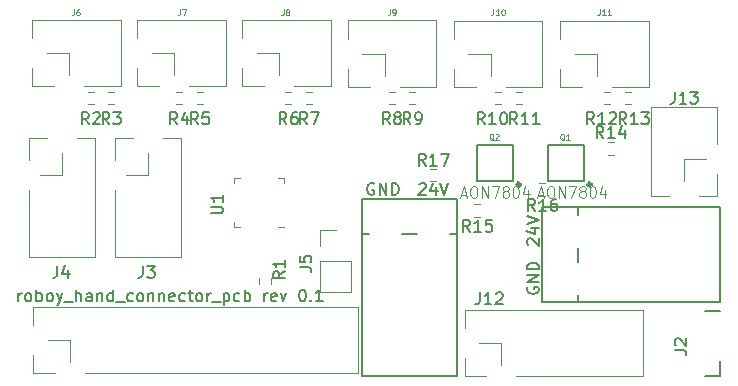
<source format=gbr>
G04 #@! TF.GenerationSoftware,KiCad,Pcbnew,6.0.0-rc1-unknown-ef6f7e9~66~ubuntu16.04.1*
G04 #@! TF.CreationDate,2019-01-29T21:41:32+01:00*
G04 #@! TF.ProjectId,roboy_hand_connector_pcb,726F626F795F68616E645F636F6E6E65,rev?*
G04 #@! TF.SameCoordinates,Original*
G04 #@! TF.FileFunction,Legend,Top*
G04 #@! TF.FilePolarity,Positive*
%FSLAX46Y46*%
G04 Gerber Fmt 4.6, Leading zero omitted, Abs format (unit mm)*
G04 Created by KiCad (PCBNEW 6.0.0-rc1-unknown-ef6f7e9~66~ubuntu16.04.1) date Tue Jan 29 21:41:32 2019*
%MOMM*%
%LPD*%
G01*
G04 APERTURE LIST*
%ADD10C,0.150000*%
%ADD11C,0.120000*%
%ADD12C,0.304800*%
%ADD13C,0.127000*%
%ADD14C,0.125000*%
%ADD15C,0.050000*%
G04 APERTURE END LIST*
D10*
X132142857Y-100202380D02*
X132142857Y-99535714D01*
X132142857Y-99726190D02*
X132190476Y-99630952D01*
X132238095Y-99583333D01*
X132333333Y-99535714D01*
X132428571Y-99535714D01*
X132904761Y-100202380D02*
X132809523Y-100154761D01*
X132761904Y-100107142D01*
X132714285Y-100011904D01*
X132714285Y-99726190D01*
X132761904Y-99630952D01*
X132809523Y-99583333D01*
X132904761Y-99535714D01*
X133047619Y-99535714D01*
X133142857Y-99583333D01*
X133190476Y-99630952D01*
X133238095Y-99726190D01*
X133238095Y-100011904D01*
X133190476Y-100107142D01*
X133142857Y-100154761D01*
X133047619Y-100202380D01*
X132904761Y-100202380D01*
X133666666Y-100202380D02*
X133666666Y-99202380D01*
X133666666Y-99583333D02*
X133761904Y-99535714D01*
X133952380Y-99535714D01*
X134047619Y-99583333D01*
X134095238Y-99630952D01*
X134142857Y-99726190D01*
X134142857Y-100011904D01*
X134095238Y-100107142D01*
X134047619Y-100154761D01*
X133952380Y-100202380D01*
X133761904Y-100202380D01*
X133666666Y-100154761D01*
X134714285Y-100202380D02*
X134619047Y-100154761D01*
X134571428Y-100107142D01*
X134523809Y-100011904D01*
X134523809Y-99726190D01*
X134571428Y-99630952D01*
X134619047Y-99583333D01*
X134714285Y-99535714D01*
X134857142Y-99535714D01*
X134952380Y-99583333D01*
X135000000Y-99630952D01*
X135047619Y-99726190D01*
X135047619Y-100011904D01*
X135000000Y-100107142D01*
X134952380Y-100154761D01*
X134857142Y-100202380D01*
X134714285Y-100202380D01*
X135380952Y-99535714D02*
X135619047Y-100202380D01*
X135857142Y-99535714D02*
X135619047Y-100202380D01*
X135523809Y-100440476D01*
X135476190Y-100488095D01*
X135380952Y-100535714D01*
X136000000Y-100297619D02*
X136761904Y-100297619D01*
X137000000Y-100202380D02*
X137000000Y-99202380D01*
X137428571Y-100202380D02*
X137428571Y-99678571D01*
X137380952Y-99583333D01*
X137285714Y-99535714D01*
X137142857Y-99535714D01*
X137047619Y-99583333D01*
X137000000Y-99630952D01*
X138333333Y-100202380D02*
X138333333Y-99678571D01*
X138285714Y-99583333D01*
X138190476Y-99535714D01*
X138000000Y-99535714D01*
X137904761Y-99583333D01*
X138333333Y-100154761D02*
X138238095Y-100202380D01*
X138000000Y-100202380D01*
X137904761Y-100154761D01*
X137857142Y-100059523D01*
X137857142Y-99964285D01*
X137904761Y-99869047D01*
X138000000Y-99821428D01*
X138238095Y-99821428D01*
X138333333Y-99773809D01*
X138809523Y-99535714D02*
X138809523Y-100202380D01*
X138809523Y-99630952D02*
X138857142Y-99583333D01*
X138952380Y-99535714D01*
X139095238Y-99535714D01*
X139190476Y-99583333D01*
X139238095Y-99678571D01*
X139238095Y-100202380D01*
X140142857Y-100202380D02*
X140142857Y-99202380D01*
X140142857Y-100154761D02*
X140047619Y-100202380D01*
X139857142Y-100202380D01*
X139761904Y-100154761D01*
X139714285Y-100107142D01*
X139666666Y-100011904D01*
X139666666Y-99726190D01*
X139714285Y-99630952D01*
X139761904Y-99583333D01*
X139857142Y-99535714D01*
X140047619Y-99535714D01*
X140142857Y-99583333D01*
X140380952Y-100297619D02*
X141142857Y-100297619D01*
X141809523Y-100154761D02*
X141714285Y-100202380D01*
X141523809Y-100202380D01*
X141428571Y-100154761D01*
X141380952Y-100107142D01*
X141333333Y-100011904D01*
X141333333Y-99726190D01*
X141380952Y-99630952D01*
X141428571Y-99583333D01*
X141523809Y-99535714D01*
X141714285Y-99535714D01*
X141809523Y-99583333D01*
X142380952Y-100202380D02*
X142285714Y-100154761D01*
X142238095Y-100107142D01*
X142190476Y-100011904D01*
X142190476Y-99726190D01*
X142238095Y-99630952D01*
X142285714Y-99583333D01*
X142380952Y-99535714D01*
X142523809Y-99535714D01*
X142619047Y-99583333D01*
X142666666Y-99630952D01*
X142714285Y-99726190D01*
X142714285Y-100011904D01*
X142666666Y-100107142D01*
X142619047Y-100154761D01*
X142523809Y-100202380D01*
X142380952Y-100202380D01*
X143142857Y-99535714D02*
X143142857Y-100202380D01*
X143142857Y-99630952D02*
X143190476Y-99583333D01*
X143285714Y-99535714D01*
X143428571Y-99535714D01*
X143523809Y-99583333D01*
X143571428Y-99678571D01*
X143571428Y-100202380D01*
X144047619Y-99535714D02*
X144047619Y-100202380D01*
X144047619Y-99630952D02*
X144095238Y-99583333D01*
X144190476Y-99535714D01*
X144333333Y-99535714D01*
X144428571Y-99583333D01*
X144476190Y-99678571D01*
X144476190Y-100202380D01*
X145333333Y-100154761D02*
X145238095Y-100202380D01*
X145047619Y-100202380D01*
X144952380Y-100154761D01*
X144904761Y-100059523D01*
X144904761Y-99678571D01*
X144952380Y-99583333D01*
X145047619Y-99535714D01*
X145238095Y-99535714D01*
X145333333Y-99583333D01*
X145380952Y-99678571D01*
X145380952Y-99773809D01*
X144904761Y-99869047D01*
X146238095Y-100154761D02*
X146142857Y-100202380D01*
X145952380Y-100202380D01*
X145857142Y-100154761D01*
X145809523Y-100107142D01*
X145761904Y-100011904D01*
X145761904Y-99726190D01*
X145809523Y-99630952D01*
X145857142Y-99583333D01*
X145952380Y-99535714D01*
X146142857Y-99535714D01*
X146238095Y-99583333D01*
X146523809Y-99535714D02*
X146904761Y-99535714D01*
X146666666Y-99202380D02*
X146666666Y-100059523D01*
X146714285Y-100154761D01*
X146809523Y-100202380D01*
X146904761Y-100202380D01*
X147380952Y-100202380D02*
X147285714Y-100154761D01*
X147238095Y-100107142D01*
X147190476Y-100011904D01*
X147190476Y-99726190D01*
X147238095Y-99630952D01*
X147285714Y-99583333D01*
X147380952Y-99535714D01*
X147523809Y-99535714D01*
X147619047Y-99583333D01*
X147666666Y-99630952D01*
X147714285Y-99726190D01*
X147714285Y-100011904D01*
X147666666Y-100107142D01*
X147619047Y-100154761D01*
X147523809Y-100202380D01*
X147380952Y-100202380D01*
X148142857Y-100202380D02*
X148142857Y-99535714D01*
X148142857Y-99726190D02*
X148190476Y-99630952D01*
X148238095Y-99583333D01*
X148333333Y-99535714D01*
X148428571Y-99535714D01*
X148523809Y-100297619D02*
X149285714Y-100297619D01*
X149523809Y-99535714D02*
X149523809Y-100535714D01*
X149523809Y-99583333D02*
X149619047Y-99535714D01*
X149809523Y-99535714D01*
X149904761Y-99583333D01*
X149952380Y-99630952D01*
X150000000Y-99726190D01*
X150000000Y-100011904D01*
X149952380Y-100107142D01*
X149904761Y-100154761D01*
X149809523Y-100202380D01*
X149619047Y-100202380D01*
X149523809Y-100154761D01*
X150857142Y-100154761D02*
X150761904Y-100202380D01*
X150571428Y-100202380D01*
X150476190Y-100154761D01*
X150428571Y-100107142D01*
X150380952Y-100011904D01*
X150380952Y-99726190D01*
X150428571Y-99630952D01*
X150476190Y-99583333D01*
X150571428Y-99535714D01*
X150761904Y-99535714D01*
X150857142Y-99583333D01*
X151285714Y-100202380D02*
X151285714Y-99202380D01*
X151285714Y-99583333D02*
X151380952Y-99535714D01*
X151571428Y-99535714D01*
X151666666Y-99583333D01*
X151714285Y-99630952D01*
X151761904Y-99726190D01*
X151761904Y-100011904D01*
X151714285Y-100107142D01*
X151666666Y-100154761D01*
X151571428Y-100202380D01*
X151380952Y-100202380D01*
X151285714Y-100154761D01*
X152952380Y-100202380D02*
X152952380Y-99535714D01*
X152952380Y-99726190D02*
X153000000Y-99630952D01*
X153047619Y-99583333D01*
X153142857Y-99535714D01*
X153238095Y-99535714D01*
X153952380Y-100154761D02*
X153857142Y-100202380D01*
X153666666Y-100202380D01*
X153571428Y-100154761D01*
X153523809Y-100059523D01*
X153523809Y-99678571D01*
X153571428Y-99583333D01*
X153666666Y-99535714D01*
X153857142Y-99535714D01*
X153952380Y-99583333D01*
X154000000Y-99678571D01*
X154000000Y-99773809D01*
X153523809Y-99869047D01*
X154333333Y-99535714D02*
X154571428Y-100202380D01*
X154809523Y-99535714D01*
X156142857Y-99202380D02*
X156238095Y-99202380D01*
X156333333Y-99250000D01*
X156380952Y-99297619D01*
X156428571Y-99392857D01*
X156476190Y-99583333D01*
X156476190Y-99821428D01*
X156428571Y-100011904D01*
X156380952Y-100107142D01*
X156333333Y-100154761D01*
X156238095Y-100202380D01*
X156142857Y-100202380D01*
X156047619Y-100154761D01*
X156000000Y-100107142D01*
X155952380Y-100011904D01*
X155904761Y-99821428D01*
X155904761Y-99583333D01*
X155952380Y-99392857D01*
X156000000Y-99297619D01*
X156047619Y-99250000D01*
X156142857Y-99202380D01*
X156904761Y-100107142D02*
X156952380Y-100154761D01*
X156904761Y-100202380D01*
X156857142Y-100154761D01*
X156904761Y-100107142D01*
X156904761Y-100202380D01*
X157904761Y-100202380D02*
X157333333Y-100202380D01*
X157619047Y-100202380D02*
X157619047Y-99202380D01*
X157523809Y-99345238D01*
X157428571Y-99440476D01*
X157333333Y-99488095D01*
X175297619Y-95440476D02*
X175250000Y-95392857D01*
X175202380Y-95297619D01*
X175202380Y-95059523D01*
X175250000Y-94964285D01*
X175297619Y-94916666D01*
X175392857Y-94869047D01*
X175488095Y-94869047D01*
X175630952Y-94916666D01*
X176202380Y-95488095D01*
X176202380Y-94869047D01*
X175535714Y-94011904D02*
X176202380Y-94011904D01*
X175154761Y-94250000D02*
X175869047Y-94488095D01*
X175869047Y-93869047D01*
X175202380Y-93630952D02*
X176202380Y-93297619D01*
X175202380Y-92964285D01*
X175250000Y-99011904D02*
X175202380Y-99107142D01*
X175202380Y-99250000D01*
X175250000Y-99392857D01*
X175345238Y-99488095D01*
X175440476Y-99535714D01*
X175630952Y-99583333D01*
X175773809Y-99583333D01*
X175964285Y-99535714D01*
X176059523Y-99488095D01*
X176154761Y-99392857D01*
X176202380Y-99250000D01*
X176202380Y-99154761D01*
X176154761Y-99011904D01*
X176107142Y-98964285D01*
X175773809Y-98964285D01*
X175773809Y-99154761D01*
X176202380Y-98535714D02*
X175202380Y-98535714D01*
X176202380Y-97964285D01*
X175202380Y-97964285D01*
X176202380Y-97488095D02*
X175202380Y-97488095D01*
X175202380Y-97250000D01*
X175250000Y-97107142D01*
X175345238Y-97011904D01*
X175440476Y-96964285D01*
X175630952Y-96916666D01*
X175773809Y-96916666D01*
X175964285Y-96964285D01*
X176059523Y-97011904D01*
X176154761Y-97107142D01*
X176202380Y-97250000D01*
X176202380Y-97488095D01*
X166059523Y-90297619D02*
X166107142Y-90250000D01*
X166202380Y-90202380D01*
X166440476Y-90202380D01*
X166535714Y-90250000D01*
X166583333Y-90297619D01*
X166630952Y-90392857D01*
X166630952Y-90488095D01*
X166583333Y-90630952D01*
X166011904Y-91202380D01*
X166630952Y-91202380D01*
X167488095Y-90535714D02*
X167488095Y-91202380D01*
X167250000Y-90154761D02*
X167011904Y-90869047D01*
X167630952Y-90869047D01*
X167869047Y-90202380D02*
X168202380Y-91202380D01*
X168535714Y-90202380D01*
X162238095Y-90250000D02*
X162142857Y-90202380D01*
X162000000Y-90202380D01*
X161857142Y-90250000D01*
X161761904Y-90345238D01*
X161714285Y-90440476D01*
X161666666Y-90630952D01*
X161666666Y-90773809D01*
X161714285Y-90964285D01*
X161761904Y-91059523D01*
X161857142Y-91154761D01*
X162000000Y-91202380D01*
X162095238Y-91202380D01*
X162238095Y-91154761D01*
X162285714Y-91107142D01*
X162285714Y-90773809D01*
X162095238Y-90773809D01*
X162714285Y-91202380D02*
X162714285Y-90202380D01*
X163285714Y-91202380D01*
X163285714Y-90202380D01*
X163761904Y-91202380D02*
X163761904Y-90202380D01*
X164000000Y-90202380D01*
X164142857Y-90250000D01*
X164238095Y-90345238D01*
X164285714Y-90440476D01*
X164333333Y-90630952D01*
X164333333Y-90773809D01*
X164285714Y-90964285D01*
X164238095Y-91059523D01*
X164142857Y-91154761D01*
X164000000Y-91202380D01*
X163761904Y-91202380D01*
G04 #@! TO.C,J2*
X191500000Y-101000000D02*
X190250000Y-101000000D01*
X190250000Y-101000000D02*
X191500000Y-101000000D01*
X191500000Y-105250000D02*
X191500000Y-106500000D01*
X191500000Y-106500000D02*
X190250000Y-106500000D01*
D11*
G04 #@! TO.C,J11*
X182385000Y-82050000D02*
X185500000Y-82050000D01*
X185500000Y-82050000D02*
X185500000Y-76450000D01*
X178000000Y-76450000D02*
X185500000Y-76450000D01*
X178000000Y-77980000D02*
X178000000Y-76450000D01*
X179245000Y-79250000D02*
X181115000Y-79250000D01*
X181115000Y-79250000D02*
X181115000Y-81120000D01*
X179845000Y-82050000D02*
X178000000Y-82050000D01*
X178000000Y-82050000D02*
X178000000Y-80520000D01*
D12*
G04 #@! TO.C,Q1*
X180650000Y-90300000D02*
G75*
G03X180650000Y-90300000I-150000J0D01*
G01*
D13*
X180000000Y-87000000D02*
X177000000Y-87000000D01*
X177000000Y-87000000D02*
X177000000Y-90000000D01*
X177000000Y-90000000D02*
X180000000Y-90000000D01*
X180000000Y-90000000D02*
X180000000Y-87000000D01*
G04 #@! TO.C,Q2*
X174000000Y-90000000D02*
X174000000Y-87000000D01*
X171000000Y-90000000D02*
X174000000Y-90000000D01*
X171000000Y-87000000D02*
X171000000Y-90000000D01*
X174000000Y-87000000D02*
X171000000Y-87000000D01*
D12*
X174650000Y-90300000D02*
G75*
G03X174650000Y-90300000I-150000J0D01*
G01*
D11*
G04 #@! TO.C,J1*
X137750000Y-106250000D02*
X160860000Y-106270000D01*
X160875000Y-106270000D02*
X160875000Y-100670000D01*
X133375000Y-100650000D02*
X160860000Y-100670000D01*
X133375000Y-102180000D02*
X133375000Y-100650000D01*
X134610000Y-103450000D02*
X136480000Y-103450000D01*
X136480000Y-103450000D02*
X136480000Y-105320000D01*
X135210000Y-106250000D02*
X133375000Y-106250000D01*
X133375000Y-106250000D02*
X133375000Y-104720000D01*
G04 #@! TO.C,J3*
X140285001Y-86365001D02*
X141815001Y-86365001D01*
X140285001Y-88240001D02*
X140285001Y-86365001D01*
X143085001Y-89510001D02*
X141215001Y-89510001D01*
X143085001Y-87640001D02*
X143085001Y-89510001D01*
X144355001Y-86365001D02*
X145885001Y-86365001D01*
X145885001Y-86365001D02*
X145885001Y-96465001D01*
X140285001Y-96465001D02*
X145885001Y-96465001D01*
X140285001Y-90780001D02*
X140285001Y-96465001D01*
G04 #@! TO.C,J4*
X133035001Y-90780001D02*
X133035001Y-96465001D01*
X133035001Y-96465001D02*
X138635001Y-96465001D01*
X138635001Y-86365001D02*
X138635001Y-96465001D01*
X137105001Y-86365001D02*
X138635001Y-86365001D01*
X135835001Y-87640001D02*
X135835001Y-89510001D01*
X135835001Y-89510001D02*
X133965001Y-89510001D01*
X133035001Y-88240001D02*
X133035001Y-86365001D01*
X133035001Y-86365001D02*
X134565001Y-86365001D01*
G04 #@! TO.C,J5*
X157670000Y-94170000D02*
X159000000Y-94170000D01*
X157670000Y-95500000D02*
X157670000Y-94170000D01*
X157670000Y-96770000D02*
X160330000Y-96770000D01*
X160330000Y-96770000D02*
X160330000Y-99370000D01*
X157670000Y-96770000D02*
X157670000Y-99370000D01*
X157670000Y-99370000D02*
X160330000Y-99370000D01*
G04 #@! TO.C,J6*
X137715000Y-82010000D02*
X140830000Y-82010000D01*
X140830000Y-82010000D02*
X140830000Y-76410000D01*
X133330000Y-76410000D02*
X140830000Y-76410000D01*
X133330000Y-77940000D02*
X133330000Y-76410000D01*
X134575000Y-79210000D02*
X136445000Y-79210000D01*
X136445000Y-79210000D02*
X136445000Y-81080000D01*
X135175000Y-82010000D02*
X133330000Y-82010000D01*
X133330000Y-82010000D02*
X133330000Y-80480000D01*
G04 #@! TO.C,J7*
X146605000Y-82010000D02*
X149720000Y-82010000D01*
X149720000Y-82010000D02*
X149720000Y-76410000D01*
X142220000Y-76410000D02*
X149720000Y-76410000D01*
X142220000Y-77940000D02*
X142220000Y-76410000D01*
X143465000Y-79210000D02*
X145335000Y-79210000D01*
X145335000Y-79210000D02*
X145335000Y-81080000D01*
X144065000Y-82010000D02*
X142220000Y-82010000D01*
X142220000Y-82010000D02*
X142220000Y-80480000D01*
G04 #@! TO.C,J8*
X151110000Y-82010000D02*
X151110000Y-80480000D01*
X152955000Y-82010000D02*
X151110000Y-82010000D01*
X154225000Y-79210000D02*
X154225000Y-81080000D01*
X152355000Y-79210000D02*
X154225000Y-79210000D01*
X151110000Y-77940000D02*
X151110000Y-76410000D01*
X151110000Y-76410000D02*
X158610000Y-76410000D01*
X158610000Y-82010000D02*
X158610000Y-76410000D01*
X155495000Y-82010000D02*
X158610000Y-82010000D01*
G04 #@! TO.C,J9*
X164410000Y-82020000D02*
X167525000Y-82020000D01*
X167525000Y-82020000D02*
X167525000Y-76420000D01*
X160025000Y-76420000D02*
X167525000Y-76420000D01*
X160025000Y-77950000D02*
X160025000Y-76420000D01*
X161270000Y-79220000D02*
X163140000Y-79220000D01*
X163140000Y-79220000D02*
X163140000Y-81090000D01*
X161870000Y-82020000D02*
X160025000Y-82020000D01*
X160025000Y-82020000D02*
X160025000Y-80490000D01*
G04 #@! TO.C,J10*
X169000000Y-82050000D02*
X169000000Y-80520000D01*
X170845000Y-82050000D02*
X169000000Y-82050000D01*
X172115000Y-79250000D02*
X172115000Y-81120000D01*
X170245000Y-79250000D02*
X172115000Y-79250000D01*
X169000000Y-77980000D02*
X169000000Y-76450000D01*
X169000000Y-76450000D02*
X176500000Y-76450000D01*
X176500000Y-82050000D02*
X176500000Y-76450000D01*
X173385000Y-82050000D02*
X176500000Y-82050000D01*
G04 #@! TO.C,U1*
X150865000Y-93950000D02*
X150390000Y-93950000D01*
X150390000Y-93950000D02*
X150390000Y-93475000D01*
X154135000Y-89730000D02*
X154610000Y-89730000D01*
X154610000Y-89730000D02*
X154610000Y-90205000D01*
X150865000Y-89730000D02*
X150390000Y-89730000D01*
X150390000Y-89730000D02*
X150390000Y-90205000D01*
X154135000Y-93950000D02*
X154610000Y-93950000D01*
D10*
G04 #@! TO.C,J16*
X169250000Y-94500000D02*
X168650000Y-94500000D01*
X164650000Y-94500000D02*
X165850000Y-94500000D01*
X161250000Y-94500000D02*
X161850000Y-94500000D01*
X169250000Y-91500000D02*
X161250000Y-91500000D01*
X161250000Y-91500000D02*
X161250000Y-106500000D01*
X161250000Y-106500000D02*
X169250000Y-106500000D01*
X169250000Y-106500000D02*
X169250000Y-91500000D01*
D11*
G04 #@! TO.C,R1*
X153530000Y-98750000D02*
X153530000Y-98250000D01*
X152470000Y-98250000D02*
X152470000Y-98750000D01*
G04 #@! TO.C,R2*
X138500000Y-82470000D02*
X138000000Y-82470000D01*
X138000000Y-83530000D02*
X138500000Y-83530000D01*
G04 #@! TO.C,R3*
X140250000Y-82470000D02*
X139750000Y-82470000D01*
X139750000Y-83530000D02*
X140250000Y-83530000D01*
G04 #@! TO.C,R4*
X146000000Y-82470000D02*
X145500000Y-82470000D01*
X145500000Y-83530000D02*
X146000000Y-83530000D01*
G04 #@! TO.C,R5*
X147750000Y-82470000D02*
X147250000Y-82470000D01*
X147250000Y-83530000D02*
X147750000Y-83530000D01*
G04 #@! TO.C,R6*
X155250000Y-82470000D02*
X154750000Y-82470000D01*
X154750000Y-83530000D02*
X155250000Y-83530000D01*
G04 #@! TO.C,R7*
X157000000Y-82470000D02*
X156500000Y-82470000D01*
X156500000Y-83530000D02*
X157000000Y-83530000D01*
G04 #@! TO.C,R8*
X164000000Y-82470000D02*
X163500000Y-82470000D01*
X163500000Y-83530000D02*
X164000000Y-83530000D01*
G04 #@! TO.C,R9*
X165750000Y-82470000D02*
X165250000Y-82470000D01*
X165250000Y-83530000D02*
X165750000Y-83530000D01*
G04 #@! TO.C,R10*
X173000000Y-82470000D02*
X172500000Y-82470000D01*
X172500000Y-83530000D02*
X173000000Y-83530000D01*
G04 #@! TO.C,R11*
X174750000Y-82470000D02*
X174250000Y-82470000D01*
X174250000Y-83530000D02*
X174750000Y-83530000D01*
G04 #@! TO.C,R12*
X181750000Y-83530000D02*
X182250000Y-83530000D01*
X182250000Y-82470000D02*
X181750000Y-82470000D01*
G04 #@! TO.C,R13*
X183500000Y-83530000D02*
X184000000Y-83530000D01*
X184000000Y-82470000D02*
X183500000Y-82470000D01*
G04 #@! TO.C,J13*
X191300000Y-86865000D02*
X191300000Y-83750000D01*
X191300000Y-83750000D02*
X185700000Y-83750000D01*
X185700000Y-91250000D02*
X185700000Y-83750000D01*
X187230000Y-91250000D02*
X185700000Y-91250000D01*
X188500000Y-90005000D02*
X188500000Y-88135000D01*
X188500000Y-88135000D02*
X190370000Y-88135000D01*
X191300000Y-89405000D02*
X191300000Y-91250000D01*
X191300000Y-91250000D02*
X189770000Y-91250000D01*
G04 #@! TO.C,J12*
X174290000Y-106530000D02*
X185015000Y-106530000D01*
X185015000Y-106530000D02*
X185015000Y-100930000D01*
X169915000Y-100930000D02*
X185015000Y-100930000D01*
X169915000Y-102460000D02*
X169915000Y-100930000D01*
X171150000Y-103730000D02*
X173020000Y-103730000D01*
X173020000Y-103730000D02*
X173020000Y-105600000D01*
X171750000Y-106530000D02*
X169915000Y-106530000D01*
X169915000Y-106530000D02*
X169915000Y-105000000D01*
D10*
G04 #@! TO.C,J14*
X179500000Y-92250000D02*
X179500000Y-92850000D01*
X179500000Y-96850000D02*
X179500000Y-95650000D01*
X179500000Y-100250000D02*
X179500000Y-99650000D01*
X176500000Y-92250000D02*
X176500000Y-100250000D01*
X176500000Y-100250000D02*
X191500000Y-100250000D01*
X191500000Y-100250000D02*
X191500000Y-92250000D01*
X191500000Y-92250000D02*
X176500000Y-92250000D01*
D11*
G04 #@! TO.C,R14*
X182550000Y-86720000D02*
X182050000Y-86720000D01*
X182050000Y-87780000D02*
X182550000Y-87780000D01*
G04 #@! TO.C,R15*
X170750000Y-93030000D02*
X171250000Y-93030000D01*
X171250000Y-91970000D02*
X170750000Y-91970000D01*
G04 #@! TO.C,R16*
X176750000Y-90220000D02*
X176250000Y-90220000D01*
X176250000Y-91280000D02*
X176750000Y-91280000D01*
G04 #@! TO.C,R17*
X167500000Y-88970000D02*
X167000000Y-88970000D01*
X167000000Y-90030000D02*
X167500000Y-90030000D01*
G04 #@! TO.C,J2*
D10*
X187702380Y-104333333D02*
X188416666Y-104333333D01*
X188559523Y-104380952D01*
X188654761Y-104476190D01*
X188702380Y-104619047D01*
X188702380Y-104714285D01*
X187797619Y-103904761D02*
X187750000Y-103857142D01*
X187702380Y-103761904D01*
X187702380Y-103523809D01*
X187750000Y-103428571D01*
X187797619Y-103380952D01*
X187892857Y-103333333D01*
X187988095Y-103333333D01*
X188130952Y-103380952D01*
X188702380Y-103952380D01*
X188702380Y-103333333D01*
G04 #@! TO.C,J11*
D14*
X181345238Y-75476190D02*
X181345238Y-75833333D01*
X181321428Y-75904761D01*
X181273809Y-75952380D01*
X181202380Y-75976190D01*
X181154761Y-75976190D01*
X181845238Y-75976190D02*
X181559523Y-75976190D01*
X181702380Y-75976190D02*
X181702380Y-75476190D01*
X181654761Y-75547619D01*
X181607142Y-75595238D01*
X181559523Y-75619047D01*
X182321428Y-75976190D02*
X182035714Y-75976190D01*
X182178571Y-75976190D02*
X182178571Y-75476190D01*
X182130952Y-75547619D01*
X182083333Y-75595238D01*
X182035714Y-75619047D01*
G04 #@! TO.C,Q1*
D15*
X178373284Y-86555044D02*
X178327499Y-86532152D01*
X178281714Y-86486366D01*
X178213036Y-86417689D01*
X178167251Y-86394796D01*
X178121466Y-86394796D01*
X178144359Y-86509259D02*
X178098574Y-86486366D01*
X178052788Y-86440581D01*
X178029896Y-86349011D01*
X178029896Y-86188763D01*
X178052788Y-86097193D01*
X178098574Y-86051408D01*
X178144359Y-86028515D01*
X178235929Y-86028515D01*
X178281714Y-86051408D01*
X178327499Y-86097193D01*
X178350392Y-86188763D01*
X178350392Y-86349011D01*
X178327499Y-86440581D01*
X178281714Y-86486366D01*
X178235929Y-86509259D01*
X178144359Y-86509259D01*
X178808243Y-86509259D02*
X178533532Y-86509259D01*
X178670888Y-86509259D02*
X178670888Y-86028515D01*
X178625103Y-86097193D01*
X178579318Y-86142978D01*
X178533532Y-86165870D01*
X176128571Y-91166666D02*
X176557142Y-91166666D01*
X176042857Y-91452380D02*
X176342857Y-90452380D01*
X176642857Y-91452380D01*
X177114285Y-90452380D02*
X177285714Y-90452380D01*
X177371428Y-90500000D01*
X177457142Y-90595238D01*
X177500000Y-90785714D01*
X177500000Y-91119047D01*
X177457142Y-91309523D01*
X177371428Y-91404761D01*
X177285714Y-91452380D01*
X177114285Y-91452380D01*
X177028571Y-91404761D01*
X176942857Y-91309523D01*
X176900000Y-91119047D01*
X176900000Y-90785714D01*
X176942857Y-90595238D01*
X177028571Y-90500000D01*
X177114285Y-90452380D01*
X177885714Y-91452380D02*
X177885714Y-90452380D01*
X178400000Y-91452380D01*
X178400000Y-90452380D01*
X178742857Y-90452380D02*
X179342857Y-90452380D01*
X178957142Y-91452380D01*
X179814285Y-90880952D02*
X179728571Y-90833333D01*
X179685714Y-90785714D01*
X179642857Y-90690476D01*
X179642857Y-90642857D01*
X179685714Y-90547619D01*
X179728571Y-90500000D01*
X179814285Y-90452380D01*
X179985714Y-90452380D01*
X180071428Y-90500000D01*
X180114285Y-90547619D01*
X180157142Y-90642857D01*
X180157142Y-90690476D01*
X180114285Y-90785714D01*
X180071428Y-90833333D01*
X179985714Y-90880952D01*
X179814285Y-90880952D01*
X179728571Y-90928571D01*
X179685714Y-90976190D01*
X179642857Y-91071428D01*
X179642857Y-91261904D01*
X179685714Y-91357142D01*
X179728571Y-91404761D01*
X179814285Y-91452380D01*
X179985714Y-91452380D01*
X180071428Y-91404761D01*
X180114285Y-91357142D01*
X180157142Y-91261904D01*
X180157142Y-91071428D01*
X180114285Y-90976190D01*
X180071428Y-90928571D01*
X179985714Y-90880952D01*
X180714285Y-90452380D02*
X180800000Y-90452380D01*
X180885714Y-90500000D01*
X180928571Y-90547619D01*
X180971428Y-90642857D01*
X181014285Y-90833333D01*
X181014285Y-91071428D01*
X180971428Y-91261904D01*
X180928571Y-91357142D01*
X180885714Y-91404761D01*
X180800000Y-91452380D01*
X180714285Y-91452380D01*
X180628571Y-91404761D01*
X180585714Y-91357142D01*
X180542857Y-91261904D01*
X180500000Y-91071428D01*
X180500000Y-90833333D01*
X180542857Y-90642857D01*
X180585714Y-90547619D01*
X180628571Y-90500000D01*
X180714285Y-90452380D01*
X181785714Y-90785714D02*
X181785714Y-91452380D01*
X181571428Y-90404761D02*
X181357142Y-91119047D01*
X181914285Y-91119047D01*
G04 #@! TO.C,Q2*
X172373284Y-86555044D02*
X172327499Y-86532152D01*
X172281714Y-86486366D01*
X172213036Y-86417689D01*
X172167251Y-86394796D01*
X172121466Y-86394796D01*
X172144359Y-86509259D02*
X172098574Y-86486366D01*
X172052788Y-86440581D01*
X172029896Y-86349011D01*
X172029896Y-86188763D01*
X172052788Y-86097193D01*
X172098574Y-86051408D01*
X172144359Y-86028515D01*
X172235929Y-86028515D01*
X172281714Y-86051408D01*
X172327499Y-86097193D01*
X172350392Y-86188763D01*
X172350392Y-86349011D01*
X172327499Y-86440581D01*
X172281714Y-86486366D01*
X172235929Y-86509259D01*
X172144359Y-86509259D01*
X172533532Y-86074300D02*
X172556425Y-86051408D01*
X172602210Y-86028515D01*
X172716673Y-86028515D01*
X172762458Y-86051408D01*
X172785351Y-86074300D01*
X172808243Y-86120085D01*
X172808243Y-86165870D01*
X172785351Y-86234548D01*
X172510640Y-86509259D01*
X172808243Y-86509259D01*
X169628571Y-91166666D02*
X170057142Y-91166666D01*
X169542857Y-91452380D02*
X169842857Y-90452380D01*
X170142857Y-91452380D01*
X170614285Y-90452380D02*
X170785714Y-90452380D01*
X170871428Y-90500000D01*
X170957142Y-90595238D01*
X171000000Y-90785714D01*
X171000000Y-91119047D01*
X170957142Y-91309523D01*
X170871428Y-91404761D01*
X170785714Y-91452380D01*
X170614285Y-91452380D01*
X170528571Y-91404761D01*
X170442857Y-91309523D01*
X170400000Y-91119047D01*
X170400000Y-90785714D01*
X170442857Y-90595238D01*
X170528571Y-90500000D01*
X170614285Y-90452380D01*
X171385714Y-91452380D02*
X171385714Y-90452380D01*
X171900000Y-91452380D01*
X171900000Y-90452380D01*
X172242857Y-90452380D02*
X172842857Y-90452380D01*
X172457142Y-91452380D01*
X173314285Y-90880952D02*
X173228571Y-90833333D01*
X173185714Y-90785714D01*
X173142857Y-90690476D01*
X173142857Y-90642857D01*
X173185714Y-90547619D01*
X173228571Y-90500000D01*
X173314285Y-90452380D01*
X173485714Y-90452380D01*
X173571428Y-90500000D01*
X173614285Y-90547619D01*
X173657142Y-90642857D01*
X173657142Y-90690476D01*
X173614285Y-90785714D01*
X173571428Y-90833333D01*
X173485714Y-90880952D01*
X173314285Y-90880952D01*
X173228571Y-90928571D01*
X173185714Y-90976190D01*
X173142857Y-91071428D01*
X173142857Y-91261904D01*
X173185714Y-91357142D01*
X173228571Y-91404761D01*
X173314285Y-91452380D01*
X173485714Y-91452380D01*
X173571428Y-91404761D01*
X173614285Y-91357142D01*
X173657142Y-91261904D01*
X173657142Y-91071428D01*
X173614285Y-90976190D01*
X173571428Y-90928571D01*
X173485714Y-90880952D01*
X174214285Y-90452380D02*
X174300000Y-90452380D01*
X174385714Y-90500000D01*
X174428571Y-90547619D01*
X174471428Y-90642857D01*
X174514285Y-90833333D01*
X174514285Y-91071428D01*
X174471428Y-91261904D01*
X174428571Y-91357142D01*
X174385714Y-91404761D01*
X174300000Y-91452380D01*
X174214285Y-91452380D01*
X174128571Y-91404761D01*
X174085714Y-91357142D01*
X174042857Y-91261904D01*
X174000000Y-91071428D01*
X174000000Y-90833333D01*
X174042857Y-90642857D01*
X174085714Y-90547619D01*
X174128571Y-90500000D01*
X174214285Y-90452380D01*
X175285714Y-90785714D02*
X175285714Y-91452380D01*
X175071428Y-90404761D02*
X174857142Y-91119047D01*
X175414285Y-91119047D01*
G04 #@! TO.C,J3*
D10*
X142666666Y-97202380D02*
X142666666Y-97916666D01*
X142619047Y-98059523D01*
X142523809Y-98154761D01*
X142380952Y-98202380D01*
X142285714Y-98202380D01*
X143047619Y-97202380D02*
X143666666Y-97202380D01*
X143333333Y-97583333D01*
X143476190Y-97583333D01*
X143571428Y-97630952D01*
X143619047Y-97678571D01*
X143666666Y-97773809D01*
X143666666Y-98011904D01*
X143619047Y-98107142D01*
X143571428Y-98154761D01*
X143476190Y-98202380D01*
X143190476Y-98202380D01*
X143095238Y-98154761D01*
X143047619Y-98107142D01*
G04 #@! TO.C,J4*
X135416666Y-97202380D02*
X135416666Y-97916666D01*
X135369047Y-98059523D01*
X135273809Y-98154761D01*
X135130952Y-98202380D01*
X135035714Y-98202380D01*
X136321428Y-97535714D02*
X136321428Y-98202380D01*
X136083333Y-97154761D02*
X135845238Y-97869047D01*
X136464285Y-97869047D01*
G04 #@! TO.C,J5*
X155952380Y-97333333D02*
X156666666Y-97333333D01*
X156809523Y-97380952D01*
X156904761Y-97476190D01*
X156952380Y-97619047D01*
X156952380Y-97714285D01*
X155952380Y-96380952D02*
X155952380Y-96857142D01*
X156428571Y-96904761D01*
X156380952Y-96857142D01*
X156333333Y-96761904D01*
X156333333Y-96523809D01*
X156380952Y-96428571D01*
X156428571Y-96380952D01*
X156523809Y-96333333D01*
X156761904Y-96333333D01*
X156857142Y-96380952D01*
X156904761Y-96428571D01*
X156952380Y-96523809D01*
X156952380Y-96761904D01*
X156904761Y-96857142D01*
X156857142Y-96904761D01*
G04 #@! TO.C,J6*
D14*
X136833333Y-75476190D02*
X136833333Y-75833333D01*
X136809523Y-75904761D01*
X136761904Y-75952380D01*
X136690476Y-75976190D01*
X136642857Y-75976190D01*
X137285714Y-75476190D02*
X137190476Y-75476190D01*
X137142857Y-75500000D01*
X137119047Y-75523809D01*
X137071428Y-75595238D01*
X137047619Y-75690476D01*
X137047619Y-75880952D01*
X137071428Y-75928571D01*
X137095238Y-75952380D01*
X137142857Y-75976190D01*
X137238095Y-75976190D01*
X137285714Y-75952380D01*
X137309523Y-75928571D01*
X137333333Y-75880952D01*
X137333333Y-75761904D01*
X137309523Y-75714285D01*
X137285714Y-75690476D01*
X137238095Y-75666666D01*
X137142857Y-75666666D01*
X137095238Y-75690476D01*
X137071428Y-75714285D01*
X137047619Y-75761904D01*
G04 #@! TO.C,J7*
X145833333Y-75476190D02*
X145833333Y-75833333D01*
X145809523Y-75904761D01*
X145761904Y-75952380D01*
X145690476Y-75976190D01*
X145642857Y-75976190D01*
X146023809Y-75476190D02*
X146357142Y-75476190D01*
X146142857Y-75976190D01*
G04 #@! TO.C,J8*
X154583333Y-75476190D02*
X154583333Y-75833333D01*
X154559523Y-75904761D01*
X154511904Y-75952380D01*
X154440476Y-75976190D01*
X154392857Y-75976190D01*
X154892857Y-75690476D02*
X154845238Y-75666666D01*
X154821428Y-75642857D01*
X154797619Y-75595238D01*
X154797619Y-75571428D01*
X154821428Y-75523809D01*
X154845238Y-75500000D01*
X154892857Y-75476190D01*
X154988095Y-75476190D01*
X155035714Y-75500000D01*
X155059523Y-75523809D01*
X155083333Y-75571428D01*
X155083333Y-75595238D01*
X155059523Y-75642857D01*
X155035714Y-75666666D01*
X154988095Y-75690476D01*
X154892857Y-75690476D01*
X154845238Y-75714285D01*
X154821428Y-75738095D01*
X154797619Y-75785714D01*
X154797619Y-75880952D01*
X154821428Y-75928571D01*
X154845238Y-75952380D01*
X154892857Y-75976190D01*
X154988095Y-75976190D01*
X155035714Y-75952380D01*
X155059523Y-75928571D01*
X155083333Y-75880952D01*
X155083333Y-75785714D01*
X155059523Y-75738095D01*
X155035714Y-75714285D01*
X154988095Y-75690476D01*
G04 #@! TO.C,J9*
X163583333Y-75476190D02*
X163583333Y-75833333D01*
X163559523Y-75904761D01*
X163511904Y-75952380D01*
X163440476Y-75976190D01*
X163392857Y-75976190D01*
X163845238Y-75976190D02*
X163940476Y-75976190D01*
X163988095Y-75952380D01*
X164011904Y-75928571D01*
X164059523Y-75857142D01*
X164083333Y-75761904D01*
X164083333Y-75571428D01*
X164059523Y-75523809D01*
X164035714Y-75500000D01*
X163988095Y-75476190D01*
X163892857Y-75476190D01*
X163845238Y-75500000D01*
X163821428Y-75523809D01*
X163797619Y-75571428D01*
X163797619Y-75690476D01*
X163821428Y-75738095D01*
X163845238Y-75761904D01*
X163892857Y-75785714D01*
X163988095Y-75785714D01*
X164035714Y-75761904D01*
X164059523Y-75738095D01*
X164083333Y-75690476D01*
G04 #@! TO.C,J10*
X172345238Y-75476190D02*
X172345238Y-75833333D01*
X172321428Y-75904761D01*
X172273809Y-75952380D01*
X172202380Y-75976190D01*
X172154761Y-75976190D01*
X172845238Y-75976190D02*
X172559523Y-75976190D01*
X172702380Y-75976190D02*
X172702380Y-75476190D01*
X172654761Y-75547619D01*
X172607142Y-75595238D01*
X172559523Y-75619047D01*
X173154761Y-75476190D02*
X173202380Y-75476190D01*
X173250000Y-75500000D01*
X173273809Y-75523809D01*
X173297619Y-75571428D01*
X173321428Y-75666666D01*
X173321428Y-75785714D01*
X173297619Y-75880952D01*
X173273809Y-75928571D01*
X173250000Y-75952380D01*
X173202380Y-75976190D01*
X173154761Y-75976190D01*
X173107142Y-75952380D01*
X173083333Y-75928571D01*
X173059523Y-75880952D01*
X173035714Y-75785714D01*
X173035714Y-75666666D01*
X173059523Y-75571428D01*
X173083333Y-75523809D01*
X173107142Y-75500000D01*
X173154761Y-75476190D01*
G04 #@! TO.C,U1*
D10*
X148452380Y-92761904D02*
X149261904Y-92761904D01*
X149357142Y-92714285D01*
X149404761Y-92666666D01*
X149452380Y-92571428D01*
X149452380Y-92380952D01*
X149404761Y-92285714D01*
X149357142Y-92238095D01*
X149261904Y-92190476D01*
X148452380Y-92190476D01*
X149452380Y-91190476D02*
X149452380Y-91761904D01*
X149452380Y-91476190D02*
X148452380Y-91476190D01*
X148595238Y-91571428D01*
X148690476Y-91666666D01*
X148738095Y-91761904D01*
G04 #@! TO.C,R1*
X154702380Y-97666666D02*
X154226190Y-98000000D01*
X154702380Y-98238095D02*
X153702380Y-98238095D01*
X153702380Y-97857142D01*
X153750000Y-97761904D01*
X153797619Y-97714285D01*
X153892857Y-97666666D01*
X154035714Y-97666666D01*
X154130952Y-97714285D01*
X154178571Y-97761904D01*
X154226190Y-97857142D01*
X154226190Y-98238095D01*
X154702380Y-96714285D02*
X154702380Y-97285714D01*
X154702380Y-97000000D02*
X153702380Y-97000000D01*
X153845238Y-97095238D01*
X153940476Y-97190476D01*
X153988095Y-97285714D01*
G04 #@! TO.C,R2*
X138083333Y-85202380D02*
X137750000Y-84726190D01*
X137511904Y-85202380D02*
X137511904Y-84202380D01*
X137892857Y-84202380D01*
X137988095Y-84250000D01*
X138035714Y-84297619D01*
X138083333Y-84392857D01*
X138083333Y-84535714D01*
X138035714Y-84630952D01*
X137988095Y-84678571D01*
X137892857Y-84726190D01*
X137511904Y-84726190D01*
X138464285Y-84297619D02*
X138511904Y-84250000D01*
X138607142Y-84202380D01*
X138845238Y-84202380D01*
X138940476Y-84250000D01*
X138988095Y-84297619D01*
X139035714Y-84392857D01*
X139035714Y-84488095D01*
X138988095Y-84630952D01*
X138416666Y-85202380D01*
X139035714Y-85202380D01*
G04 #@! TO.C,R3*
X139833333Y-85202380D02*
X139500000Y-84726190D01*
X139261904Y-85202380D02*
X139261904Y-84202380D01*
X139642857Y-84202380D01*
X139738095Y-84250000D01*
X139785714Y-84297619D01*
X139833333Y-84392857D01*
X139833333Y-84535714D01*
X139785714Y-84630952D01*
X139738095Y-84678571D01*
X139642857Y-84726190D01*
X139261904Y-84726190D01*
X140166666Y-84202380D02*
X140785714Y-84202380D01*
X140452380Y-84583333D01*
X140595238Y-84583333D01*
X140690476Y-84630952D01*
X140738095Y-84678571D01*
X140785714Y-84773809D01*
X140785714Y-85011904D01*
X140738095Y-85107142D01*
X140690476Y-85154761D01*
X140595238Y-85202380D01*
X140309523Y-85202380D01*
X140214285Y-85154761D01*
X140166666Y-85107142D01*
G04 #@! TO.C,R4*
X145583333Y-85202380D02*
X145250000Y-84726190D01*
X145011904Y-85202380D02*
X145011904Y-84202380D01*
X145392857Y-84202380D01*
X145488095Y-84250000D01*
X145535714Y-84297619D01*
X145583333Y-84392857D01*
X145583333Y-84535714D01*
X145535714Y-84630952D01*
X145488095Y-84678571D01*
X145392857Y-84726190D01*
X145011904Y-84726190D01*
X146440476Y-84535714D02*
X146440476Y-85202380D01*
X146202380Y-84154761D02*
X145964285Y-84869047D01*
X146583333Y-84869047D01*
G04 #@! TO.C,R5*
X147333333Y-85202380D02*
X147000000Y-84726190D01*
X146761904Y-85202380D02*
X146761904Y-84202380D01*
X147142857Y-84202380D01*
X147238095Y-84250000D01*
X147285714Y-84297619D01*
X147333333Y-84392857D01*
X147333333Y-84535714D01*
X147285714Y-84630952D01*
X147238095Y-84678571D01*
X147142857Y-84726190D01*
X146761904Y-84726190D01*
X148238095Y-84202380D02*
X147761904Y-84202380D01*
X147714285Y-84678571D01*
X147761904Y-84630952D01*
X147857142Y-84583333D01*
X148095238Y-84583333D01*
X148190476Y-84630952D01*
X148238095Y-84678571D01*
X148285714Y-84773809D01*
X148285714Y-85011904D01*
X148238095Y-85107142D01*
X148190476Y-85154761D01*
X148095238Y-85202380D01*
X147857142Y-85202380D01*
X147761904Y-85154761D01*
X147714285Y-85107142D01*
G04 #@! TO.C,R6*
X154833333Y-85202380D02*
X154500000Y-84726190D01*
X154261904Y-85202380D02*
X154261904Y-84202380D01*
X154642857Y-84202380D01*
X154738095Y-84250000D01*
X154785714Y-84297619D01*
X154833333Y-84392857D01*
X154833333Y-84535714D01*
X154785714Y-84630952D01*
X154738095Y-84678571D01*
X154642857Y-84726190D01*
X154261904Y-84726190D01*
X155690476Y-84202380D02*
X155500000Y-84202380D01*
X155404761Y-84250000D01*
X155357142Y-84297619D01*
X155261904Y-84440476D01*
X155214285Y-84630952D01*
X155214285Y-85011904D01*
X155261904Y-85107142D01*
X155309523Y-85154761D01*
X155404761Y-85202380D01*
X155595238Y-85202380D01*
X155690476Y-85154761D01*
X155738095Y-85107142D01*
X155785714Y-85011904D01*
X155785714Y-84773809D01*
X155738095Y-84678571D01*
X155690476Y-84630952D01*
X155595238Y-84583333D01*
X155404761Y-84583333D01*
X155309523Y-84630952D01*
X155261904Y-84678571D01*
X155214285Y-84773809D01*
G04 #@! TO.C,R7*
X156583333Y-85202380D02*
X156250000Y-84726190D01*
X156011904Y-85202380D02*
X156011904Y-84202380D01*
X156392857Y-84202380D01*
X156488095Y-84250000D01*
X156535714Y-84297619D01*
X156583333Y-84392857D01*
X156583333Y-84535714D01*
X156535714Y-84630952D01*
X156488095Y-84678571D01*
X156392857Y-84726190D01*
X156011904Y-84726190D01*
X156916666Y-84202380D02*
X157583333Y-84202380D01*
X157154761Y-85202380D01*
G04 #@! TO.C,R8*
X163583333Y-85202380D02*
X163250000Y-84726190D01*
X163011904Y-85202380D02*
X163011904Y-84202380D01*
X163392857Y-84202380D01*
X163488095Y-84250000D01*
X163535714Y-84297619D01*
X163583333Y-84392857D01*
X163583333Y-84535714D01*
X163535714Y-84630952D01*
X163488095Y-84678571D01*
X163392857Y-84726190D01*
X163011904Y-84726190D01*
X164154761Y-84630952D02*
X164059523Y-84583333D01*
X164011904Y-84535714D01*
X163964285Y-84440476D01*
X163964285Y-84392857D01*
X164011904Y-84297619D01*
X164059523Y-84250000D01*
X164154761Y-84202380D01*
X164345238Y-84202380D01*
X164440476Y-84250000D01*
X164488095Y-84297619D01*
X164535714Y-84392857D01*
X164535714Y-84440476D01*
X164488095Y-84535714D01*
X164440476Y-84583333D01*
X164345238Y-84630952D01*
X164154761Y-84630952D01*
X164059523Y-84678571D01*
X164011904Y-84726190D01*
X163964285Y-84821428D01*
X163964285Y-85011904D01*
X164011904Y-85107142D01*
X164059523Y-85154761D01*
X164154761Y-85202380D01*
X164345238Y-85202380D01*
X164440476Y-85154761D01*
X164488095Y-85107142D01*
X164535714Y-85011904D01*
X164535714Y-84821428D01*
X164488095Y-84726190D01*
X164440476Y-84678571D01*
X164345238Y-84630952D01*
G04 #@! TO.C,R9*
X165333333Y-85202380D02*
X165000000Y-84726190D01*
X164761904Y-85202380D02*
X164761904Y-84202380D01*
X165142857Y-84202380D01*
X165238095Y-84250000D01*
X165285714Y-84297619D01*
X165333333Y-84392857D01*
X165333333Y-84535714D01*
X165285714Y-84630952D01*
X165238095Y-84678571D01*
X165142857Y-84726190D01*
X164761904Y-84726190D01*
X165809523Y-85202380D02*
X166000000Y-85202380D01*
X166095238Y-85154761D01*
X166142857Y-85107142D01*
X166238095Y-84964285D01*
X166285714Y-84773809D01*
X166285714Y-84392857D01*
X166238095Y-84297619D01*
X166190476Y-84250000D01*
X166095238Y-84202380D01*
X165904761Y-84202380D01*
X165809523Y-84250000D01*
X165761904Y-84297619D01*
X165714285Y-84392857D01*
X165714285Y-84630952D01*
X165761904Y-84726190D01*
X165809523Y-84773809D01*
X165904761Y-84821428D01*
X166095238Y-84821428D01*
X166190476Y-84773809D01*
X166238095Y-84726190D01*
X166285714Y-84630952D01*
G04 #@! TO.C,R10*
X171607142Y-85202380D02*
X171273809Y-84726190D01*
X171035714Y-85202380D02*
X171035714Y-84202380D01*
X171416666Y-84202380D01*
X171511904Y-84250000D01*
X171559523Y-84297619D01*
X171607142Y-84392857D01*
X171607142Y-84535714D01*
X171559523Y-84630952D01*
X171511904Y-84678571D01*
X171416666Y-84726190D01*
X171035714Y-84726190D01*
X172559523Y-85202380D02*
X171988095Y-85202380D01*
X172273809Y-85202380D02*
X172273809Y-84202380D01*
X172178571Y-84345238D01*
X172083333Y-84440476D01*
X171988095Y-84488095D01*
X173178571Y-84202380D02*
X173273809Y-84202380D01*
X173369047Y-84250000D01*
X173416666Y-84297619D01*
X173464285Y-84392857D01*
X173511904Y-84583333D01*
X173511904Y-84821428D01*
X173464285Y-85011904D01*
X173416666Y-85107142D01*
X173369047Y-85154761D01*
X173273809Y-85202380D01*
X173178571Y-85202380D01*
X173083333Y-85154761D01*
X173035714Y-85107142D01*
X172988095Y-85011904D01*
X172940476Y-84821428D01*
X172940476Y-84583333D01*
X172988095Y-84392857D01*
X173035714Y-84297619D01*
X173083333Y-84250000D01*
X173178571Y-84202380D01*
G04 #@! TO.C,R11*
X174357142Y-85202380D02*
X174023809Y-84726190D01*
X173785714Y-85202380D02*
X173785714Y-84202380D01*
X174166666Y-84202380D01*
X174261904Y-84250000D01*
X174309523Y-84297619D01*
X174357142Y-84392857D01*
X174357142Y-84535714D01*
X174309523Y-84630952D01*
X174261904Y-84678571D01*
X174166666Y-84726190D01*
X173785714Y-84726190D01*
X175309523Y-85202380D02*
X174738095Y-85202380D01*
X175023809Y-85202380D02*
X175023809Y-84202380D01*
X174928571Y-84345238D01*
X174833333Y-84440476D01*
X174738095Y-84488095D01*
X176261904Y-85202380D02*
X175690476Y-85202380D01*
X175976190Y-85202380D02*
X175976190Y-84202380D01*
X175880952Y-84345238D01*
X175785714Y-84440476D01*
X175690476Y-84488095D01*
G04 #@! TO.C,R12*
X180857142Y-85202380D02*
X180523809Y-84726190D01*
X180285714Y-85202380D02*
X180285714Y-84202380D01*
X180666666Y-84202380D01*
X180761904Y-84250000D01*
X180809523Y-84297619D01*
X180857142Y-84392857D01*
X180857142Y-84535714D01*
X180809523Y-84630952D01*
X180761904Y-84678571D01*
X180666666Y-84726190D01*
X180285714Y-84726190D01*
X181809523Y-85202380D02*
X181238095Y-85202380D01*
X181523809Y-85202380D02*
X181523809Y-84202380D01*
X181428571Y-84345238D01*
X181333333Y-84440476D01*
X181238095Y-84488095D01*
X182190476Y-84297619D02*
X182238095Y-84250000D01*
X182333333Y-84202380D01*
X182571428Y-84202380D01*
X182666666Y-84250000D01*
X182714285Y-84297619D01*
X182761904Y-84392857D01*
X182761904Y-84488095D01*
X182714285Y-84630952D01*
X182142857Y-85202380D01*
X182761904Y-85202380D01*
G04 #@! TO.C,R13*
X183607142Y-85202380D02*
X183273809Y-84726190D01*
X183035714Y-85202380D02*
X183035714Y-84202380D01*
X183416666Y-84202380D01*
X183511904Y-84250000D01*
X183559523Y-84297619D01*
X183607142Y-84392857D01*
X183607142Y-84535714D01*
X183559523Y-84630952D01*
X183511904Y-84678571D01*
X183416666Y-84726190D01*
X183035714Y-84726190D01*
X184559523Y-85202380D02*
X183988095Y-85202380D01*
X184273809Y-85202380D02*
X184273809Y-84202380D01*
X184178571Y-84345238D01*
X184083333Y-84440476D01*
X183988095Y-84488095D01*
X184892857Y-84202380D02*
X185511904Y-84202380D01*
X185178571Y-84583333D01*
X185321428Y-84583333D01*
X185416666Y-84630952D01*
X185464285Y-84678571D01*
X185511904Y-84773809D01*
X185511904Y-85011904D01*
X185464285Y-85107142D01*
X185416666Y-85154761D01*
X185321428Y-85202380D01*
X185035714Y-85202380D01*
X184940476Y-85154761D01*
X184892857Y-85107142D01*
G04 #@! TO.C,J13*
X187690476Y-82452380D02*
X187690476Y-83166666D01*
X187642857Y-83309523D01*
X187547619Y-83404761D01*
X187404761Y-83452380D01*
X187309523Y-83452380D01*
X188690476Y-83452380D02*
X188119047Y-83452380D01*
X188404761Y-83452380D02*
X188404761Y-82452380D01*
X188309523Y-82595238D01*
X188214285Y-82690476D01*
X188119047Y-82738095D01*
X189023809Y-82452380D02*
X189642857Y-82452380D01*
X189309523Y-82833333D01*
X189452380Y-82833333D01*
X189547619Y-82880952D01*
X189595238Y-82928571D01*
X189642857Y-83023809D01*
X189642857Y-83261904D01*
X189595238Y-83357142D01*
X189547619Y-83404761D01*
X189452380Y-83452380D01*
X189166666Y-83452380D01*
X189071428Y-83404761D01*
X189023809Y-83357142D01*
G04 #@! TO.C,J12*
X171190476Y-99452380D02*
X171190476Y-100166666D01*
X171142857Y-100309523D01*
X171047619Y-100404761D01*
X170904761Y-100452380D01*
X170809523Y-100452380D01*
X172190476Y-100452380D02*
X171619047Y-100452380D01*
X171904761Y-100452380D02*
X171904761Y-99452380D01*
X171809523Y-99595238D01*
X171714285Y-99690476D01*
X171619047Y-99738095D01*
X172571428Y-99547619D02*
X172619047Y-99500000D01*
X172714285Y-99452380D01*
X172952380Y-99452380D01*
X173047619Y-99500000D01*
X173095238Y-99547619D01*
X173142857Y-99642857D01*
X173142857Y-99738095D01*
X173095238Y-99880952D01*
X172523809Y-100452380D01*
X173142857Y-100452380D01*
G04 #@! TO.C,R14*
X181657142Y-86352380D02*
X181323809Y-85876190D01*
X181085714Y-86352380D02*
X181085714Y-85352380D01*
X181466666Y-85352380D01*
X181561904Y-85400000D01*
X181609523Y-85447619D01*
X181657142Y-85542857D01*
X181657142Y-85685714D01*
X181609523Y-85780952D01*
X181561904Y-85828571D01*
X181466666Y-85876190D01*
X181085714Y-85876190D01*
X182609523Y-86352380D02*
X182038095Y-86352380D01*
X182323809Y-86352380D02*
X182323809Y-85352380D01*
X182228571Y-85495238D01*
X182133333Y-85590476D01*
X182038095Y-85638095D01*
X183466666Y-85685714D02*
X183466666Y-86352380D01*
X183228571Y-85304761D02*
X182990476Y-86019047D01*
X183609523Y-86019047D01*
G04 #@! TO.C,R15*
X170357142Y-94302380D02*
X170023809Y-93826190D01*
X169785714Y-94302380D02*
X169785714Y-93302380D01*
X170166666Y-93302380D01*
X170261904Y-93350000D01*
X170309523Y-93397619D01*
X170357142Y-93492857D01*
X170357142Y-93635714D01*
X170309523Y-93730952D01*
X170261904Y-93778571D01*
X170166666Y-93826190D01*
X169785714Y-93826190D01*
X171309523Y-94302380D02*
X170738095Y-94302380D01*
X171023809Y-94302380D02*
X171023809Y-93302380D01*
X170928571Y-93445238D01*
X170833333Y-93540476D01*
X170738095Y-93588095D01*
X172214285Y-93302380D02*
X171738095Y-93302380D01*
X171690476Y-93778571D01*
X171738095Y-93730952D01*
X171833333Y-93683333D01*
X172071428Y-93683333D01*
X172166666Y-93730952D01*
X172214285Y-93778571D01*
X172261904Y-93873809D01*
X172261904Y-94111904D01*
X172214285Y-94207142D01*
X172166666Y-94254761D01*
X172071428Y-94302380D01*
X171833333Y-94302380D01*
X171738095Y-94254761D01*
X171690476Y-94207142D01*
G04 #@! TO.C,R16*
X175857142Y-92552380D02*
X175523809Y-92076190D01*
X175285714Y-92552380D02*
X175285714Y-91552380D01*
X175666666Y-91552380D01*
X175761904Y-91600000D01*
X175809523Y-91647619D01*
X175857142Y-91742857D01*
X175857142Y-91885714D01*
X175809523Y-91980952D01*
X175761904Y-92028571D01*
X175666666Y-92076190D01*
X175285714Y-92076190D01*
X176809523Y-92552380D02*
X176238095Y-92552380D01*
X176523809Y-92552380D02*
X176523809Y-91552380D01*
X176428571Y-91695238D01*
X176333333Y-91790476D01*
X176238095Y-91838095D01*
X177666666Y-91552380D02*
X177476190Y-91552380D01*
X177380952Y-91600000D01*
X177333333Y-91647619D01*
X177238095Y-91790476D01*
X177190476Y-91980952D01*
X177190476Y-92361904D01*
X177238095Y-92457142D01*
X177285714Y-92504761D01*
X177380952Y-92552380D01*
X177571428Y-92552380D01*
X177666666Y-92504761D01*
X177714285Y-92457142D01*
X177761904Y-92361904D01*
X177761904Y-92123809D01*
X177714285Y-92028571D01*
X177666666Y-91980952D01*
X177571428Y-91933333D01*
X177380952Y-91933333D01*
X177285714Y-91980952D01*
X177238095Y-92028571D01*
X177190476Y-92123809D01*
G04 #@! TO.C,R17*
X166607142Y-88702380D02*
X166273809Y-88226190D01*
X166035714Y-88702380D02*
X166035714Y-87702380D01*
X166416666Y-87702380D01*
X166511904Y-87750000D01*
X166559523Y-87797619D01*
X166607142Y-87892857D01*
X166607142Y-88035714D01*
X166559523Y-88130952D01*
X166511904Y-88178571D01*
X166416666Y-88226190D01*
X166035714Y-88226190D01*
X167559523Y-88702380D02*
X166988095Y-88702380D01*
X167273809Y-88702380D02*
X167273809Y-87702380D01*
X167178571Y-87845238D01*
X167083333Y-87940476D01*
X166988095Y-87988095D01*
X167892857Y-87702380D02*
X168559523Y-87702380D01*
X168130952Y-88702380D01*
G04 #@! TD*
M02*

</source>
